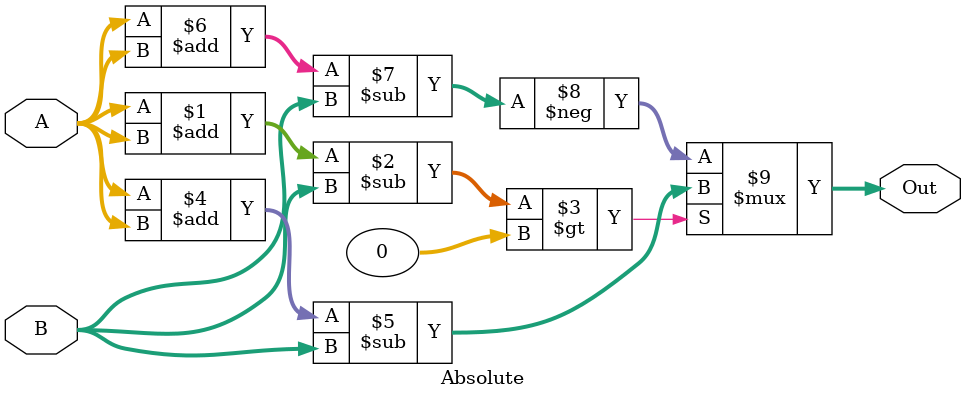
<source format=v>
module ALU (input signed [5:0] A,input signed [5:0] B,input [1:0] Mode,output signed [5:0] Out);
  wire [5:0] operation1, operation2, operation3, operation4;

  ShiftAdd s1(.A(A), .B(B), .Out(operation1));
  AddMultiply ad1(.A(A), .B(B), .Out(operation2));
  Negative n1(.B(B), .Out(operation3));
  Absolute ab1(.A(A), .B(B), .Out(operation4));
  
  assign Out = (Mode == 2'b00) ? operation1 :
               (Mode == 2'b01) ? operation2 :
               (Mode == 2'b10) ? operation3 : operation4;
endmodule

module Negative ( input signed [5:0] B, output signed [5:0] Out);
    assign Out = -B;
endmodule

module ShiftAdd ( input signed [5:0] A, input signed [5:0] B, output signed [5:0] Out);
    assign Out = (A <<< 2) + (B >>> 1);
endmodule

module AddMultiply ( input signed [5:0] A, input signed [5:0] B, output signed [5:0] Out);
    assign Out = A + (B + B + B) ;
endmodule

module Absolute ( input signed [5:0] A, input signed [5:0] B, output signed [5:0] Out);
    assign Out = (A + A - B) > 0 ? (A + A - B) : -(A + A - B);
endmodule

</source>
